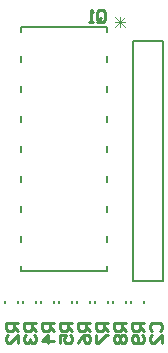
<source format=gbr>
G04*
G04 #@! TF.GenerationSoftware,Altium Limited,Altium Designer,24.9.1 (31)*
G04*
G04 Layer_Color=32896*
%FSLAX25Y25*%
%MOIN*%
G70*
G04*
G04 #@! TF.SameCoordinates,DAC1C6B3-9DD7-490D-B82B-BCBA8ACD2817*
G04*
G04*
G04 #@! TF.FilePolarity,Positive*
G04*
G01*
G75*
%ADD10C,0.01000*%
%ADD12C,0.00600*%
%ADD14C,0.00300*%
%ADD48C,0.00787*%
D10*
X65500Y36000D02*
X61501D01*
Y34001D01*
X62168Y33334D01*
X63501D01*
X64167Y34001D01*
Y36000D01*
Y34667D02*
X65500Y33334D01*
X64834Y32001D02*
X65500Y31335D01*
Y30002D01*
X64834Y29335D01*
X62168D01*
X61501Y30002D01*
Y31335D01*
X62168Y32001D01*
X62834D01*
X63501Y31335D01*
Y29335D01*
X59500Y36000D02*
X55501D01*
Y34001D01*
X56168Y33334D01*
X57501D01*
X58167Y34001D01*
Y36000D01*
Y34667D02*
X59500Y33334D01*
X56168Y32001D02*
X55501Y31335D01*
Y30002D01*
X56168Y29335D01*
X56834D01*
X57501Y30002D01*
X58167Y29335D01*
X58834D01*
X59500Y30002D01*
Y31335D01*
X58834Y32001D01*
X58167D01*
X57501Y31335D01*
X56834Y32001D01*
X56168D01*
X57501Y31335D02*
Y30002D01*
X53500Y36000D02*
X49501D01*
Y34001D01*
X50168Y33334D01*
X51501D01*
X52167Y34001D01*
Y36000D01*
Y34667D02*
X53500Y33334D01*
X49501Y32001D02*
Y29335D01*
X50168D01*
X52834Y32001D01*
X53500D01*
X47500Y36000D02*
X43501D01*
Y34001D01*
X44168Y33334D01*
X45501D01*
X46167Y34001D01*
Y36000D01*
Y34667D02*
X47500Y33334D01*
X43501Y29335D02*
X44168Y30668D01*
X45501Y32001D01*
X46834D01*
X47500Y31335D01*
Y30002D01*
X46834Y29335D01*
X46167D01*
X45501Y30002D01*
Y32001D01*
X41500Y36000D02*
X37501D01*
Y34001D01*
X38168Y33334D01*
X39501D01*
X40167Y34001D01*
Y36000D01*
Y34667D02*
X41500Y33334D01*
X37501Y29335D02*
Y32001D01*
X39501D01*
X38834Y30668D01*
Y30002D01*
X39501Y29335D01*
X40834D01*
X41500Y30002D01*
Y31335D01*
X40834Y32001D01*
X35500Y36000D02*
X31501D01*
Y34001D01*
X32168Y33334D01*
X33501D01*
X34167Y34001D01*
Y36000D01*
Y34667D02*
X35500Y33334D01*
Y30002D02*
X31501D01*
X33501Y32001D01*
Y29335D01*
X29500Y36000D02*
X25501D01*
Y34001D01*
X26168Y33334D01*
X27501D01*
X28167Y34001D01*
Y36000D01*
Y34667D02*
X29500Y33334D01*
X26168Y32001D02*
X25501Y31335D01*
Y30002D01*
X26168Y29335D01*
X26834D01*
X27501Y30002D01*
Y30668D01*
Y30002D01*
X28167Y29335D01*
X28834D01*
X29500Y30002D01*
Y31335D01*
X28834Y32001D01*
X23500Y36000D02*
X19501D01*
Y34001D01*
X20168Y33334D01*
X21501D01*
X22167Y34001D01*
Y36000D01*
Y34667D02*
X23500Y33334D01*
Y29335D02*
Y32001D01*
X20834Y29335D01*
X20168D01*
X19501Y30002D01*
Y31335D01*
X20168Y32001D01*
X49834Y137167D02*
Y139832D01*
X50501Y140499D01*
X51834D01*
X52500Y139832D01*
Y137167D01*
X51834Y136500D01*
X50501D01*
X51167Y137833D02*
X49834Y136500D01*
X50501D02*
X49834Y137167D01*
X48501Y136500D02*
X47168D01*
X47835D01*
Y140499D01*
X48501Y139832D01*
X68168Y33334D02*
X67501Y34001D01*
Y35334D01*
X68168Y36000D01*
X70834D01*
X71500Y35334D01*
Y34001D01*
X70834Y33334D01*
X71500Y29335D02*
Y32001D01*
X68834Y29335D01*
X68168D01*
X67501Y30002D01*
Y31335D01*
X68168Y32001D01*
D12*
X24700Y132960D02*
Y134550D01*
Y53450D02*
X53300D01*
X24700D02*
Y55040D01*
Y134550D02*
X53300D01*
Y132960D02*
Y134550D01*
Y122960D02*
Y125040D01*
Y112960D02*
Y115040D01*
Y102960D02*
Y105040D01*
Y92960D02*
Y95040D01*
Y82960D02*
Y85040D01*
Y72960D02*
Y75040D01*
Y62960D02*
Y65040D01*
Y53450D02*
Y55040D01*
X24700Y62960D02*
Y65040D01*
Y72960D02*
Y75040D01*
Y82960D02*
Y85040D01*
Y92960D02*
Y95040D01*
Y102960D02*
Y105040D01*
Y112960D02*
Y115040D01*
Y122960D02*
Y125040D01*
X23600Y42661D02*
Y43339D01*
X19400Y42661D02*
Y43339D01*
X29600Y42661D02*
Y43339D01*
X25400Y42661D02*
Y43339D01*
X35600Y42661D02*
Y43339D01*
X31400Y42661D02*
Y43339D01*
X41600Y42661D02*
Y43339D01*
X37400Y42661D02*
Y43339D01*
X47600Y42661D02*
Y43339D01*
X43400Y42661D02*
Y43339D01*
X53600Y42661D02*
Y43339D01*
X49400Y42661D02*
Y43339D01*
X59600Y42661D02*
Y43339D01*
X55400Y42661D02*
Y43339D01*
X65600Y42661D02*
Y43339D01*
X61400Y42661D02*
Y43339D01*
D14*
X59350Y137965D02*
X56018Y134633D01*
X59350D02*
X56018Y137965D01*
X59350Y136299D02*
X56018D01*
X57684Y134633D02*
Y137965D01*
D48*
X62000Y50000D02*
Y130000D01*
X72000D01*
Y50000D02*
Y130000D01*
X62000Y50000D02*
X72000D01*
M02*

</source>
